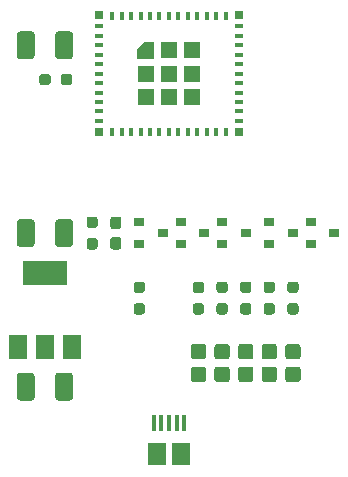
<source format=gtp>
G04 #@! TF.GenerationSoftware,KiCad,Pcbnew,5.1.10-88a1d61d58~90~ubuntu20.04.1*
G04 #@! TF.CreationDate,2021-11-08T15:05:55+08:00*
G04 #@! TF.ProjectId,esp32-c3-test,65737033-322d-4633-932d-746573742e6b,rev?*
G04 #@! TF.SameCoordinates,Original*
G04 #@! TF.FileFunction,Paste,Top*
G04 #@! TF.FilePolarity,Positive*
%FSLAX46Y46*%
G04 Gerber Fmt 4.6, Leading zero omitted, Abs format (unit mm)*
G04 Created by KiCad (PCBNEW 5.1.10-88a1d61d58~90~ubuntu20.04.1) date 2021-11-08 15:05:55*
%MOMM*%
%LPD*%
G01*
G04 APERTURE LIST*
%ADD10C,0.100000*%
%ADD11R,0.400000X0.800000*%
%ADD12R,0.700000X0.700000*%
%ADD13R,0.800000X0.400000*%
%ADD14R,1.450000X1.450000*%
%ADD15R,0.900000X0.800000*%
%ADD16R,1.500000X2.000000*%
%ADD17R,3.800000X2.000000*%
%ADD18R,1.500000X1.900000*%
%ADD19R,0.400000X1.350000*%
G04 APERTURE END LIST*
D10*
G36*
X98750000Y-59750000D02*
G01*
X97300000Y-59750000D01*
X97300000Y-58900000D01*
X97900000Y-58300000D01*
X98750000Y-58300000D01*
X98750000Y-59750000D01*
G37*
D11*
X95200000Y-56100000D03*
X96000000Y-56100000D03*
X96800000Y-56100000D03*
X97600000Y-56100000D03*
X98400000Y-56100000D03*
X99200000Y-56100000D03*
X100000000Y-56100000D03*
X100800000Y-56100000D03*
X101600000Y-56100000D03*
X102400000Y-56100000D03*
X103200000Y-56100000D03*
X104000000Y-56100000D03*
X104800000Y-56100000D03*
X104800000Y-65900000D03*
X104000000Y-65900000D03*
X103200000Y-65900000D03*
X102400000Y-65900000D03*
X101600000Y-65900000D03*
X100800000Y-65900000D03*
X100000000Y-65900000D03*
X99200000Y-65900000D03*
X98400000Y-65900000D03*
X97600000Y-65900000D03*
X96800000Y-65900000D03*
X96000000Y-65900000D03*
X95200000Y-65900000D03*
D12*
X94050000Y-56050000D03*
X94050000Y-65950000D03*
X105950000Y-65950000D03*
X105950000Y-56050000D03*
D13*
X105900000Y-57000000D03*
X105900000Y-57800000D03*
X105900000Y-58600000D03*
X105900000Y-59400000D03*
X105900000Y-60200000D03*
X105900000Y-61000000D03*
X105900000Y-61800000D03*
X105900000Y-62600000D03*
X105900000Y-63400000D03*
X105900000Y-64200000D03*
X105900000Y-65000000D03*
X94100000Y-65000000D03*
X94100000Y-64200000D03*
X94100000Y-63400000D03*
X94100000Y-62600000D03*
X94100000Y-61800000D03*
X94100000Y-61000000D03*
X94100000Y-60200000D03*
X94100000Y-59400000D03*
X94100000Y-58600000D03*
X94100000Y-57800000D03*
X94100000Y-57000000D03*
D14*
X101975000Y-59025000D03*
X100000000Y-59025000D03*
X98025000Y-61000000D03*
X98025000Y-62975000D03*
X100000000Y-62975000D03*
X101975000Y-62975000D03*
X101975000Y-61000000D03*
X100000000Y-61000000D03*
G36*
G01*
X88625000Y-73575000D02*
X88625000Y-75425000D01*
G75*
G02*
X88375000Y-75675000I-250000J0D01*
G01*
X87375000Y-75675000D01*
G75*
G02*
X87125000Y-75425000I0J250000D01*
G01*
X87125000Y-73575000D01*
G75*
G02*
X87375000Y-73325000I250000J0D01*
G01*
X88375000Y-73325000D01*
G75*
G02*
X88625000Y-73575000I0J-250000D01*
G01*
G37*
G36*
G01*
X91875000Y-73575000D02*
X91875000Y-75425000D01*
G75*
G02*
X91625000Y-75675000I-250000J0D01*
G01*
X90625000Y-75675000D01*
G75*
G02*
X90375000Y-75425000I0J250000D01*
G01*
X90375000Y-73575000D01*
G75*
G02*
X90625000Y-73325000I250000J0D01*
G01*
X91625000Y-73325000D01*
G75*
G02*
X91875000Y-73575000I0J-250000D01*
G01*
G37*
G36*
G01*
X88625000Y-86575000D02*
X88625000Y-88425000D01*
G75*
G02*
X88375000Y-88675000I-250000J0D01*
G01*
X87375000Y-88675000D01*
G75*
G02*
X87125000Y-88425000I0J250000D01*
G01*
X87125000Y-86575000D01*
G75*
G02*
X87375000Y-86325000I250000J0D01*
G01*
X88375000Y-86325000D01*
G75*
G02*
X88625000Y-86575000I0J-250000D01*
G01*
G37*
G36*
G01*
X91875000Y-86575000D02*
X91875000Y-88425000D01*
G75*
G02*
X91625000Y-88675000I-250000J0D01*
G01*
X90625000Y-88675000D01*
G75*
G02*
X90375000Y-88425000I0J250000D01*
G01*
X90375000Y-86575000D01*
G75*
G02*
X90625000Y-86325000I250000J0D01*
G01*
X91625000Y-86325000D01*
G75*
G02*
X91875000Y-86575000I0J-250000D01*
G01*
G37*
G36*
G01*
X88625000Y-57675000D02*
X88625000Y-59525000D01*
G75*
G02*
X88375000Y-59775000I-250000J0D01*
G01*
X87375000Y-59775000D01*
G75*
G02*
X87125000Y-59525000I0J250000D01*
G01*
X87125000Y-57675000D01*
G75*
G02*
X87375000Y-57425000I250000J0D01*
G01*
X88375000Y-57425000D01*
G75*
G02*
X88625000Y-57675000I0J-250000D01*
G01*
G37*
G36*
G01*
X91875000Y-57675000D02*
X91875000Y-59525000D01*
G75*
G02*
X91625000Y-59775000I-250000J0D01*
G01*
X90625000Y-59775000D01*
G75*
G02*
X90375000Y-59525000I0J250000D01*
G01*
X90375000Y-57675000D01*
G75*
G02*
X90625000Y-57425000I250000J0D01*
G01*
X91625000Y-57425000D01*
G75*
G02*
X91875000Y-57675000I0J-250000D01*
G01*
G37*
G36*
G01*
X89987500Y-61262500D02*
X89987500Y-61737500D01*
G75*
G02*
X89750000Y-61975000I-237500J0D01*
G01*
X89250000Y-61975000D01*
G75*
G02*
X89012500Y-61737500I0J237500D01*
G01*
X89012500Y-61262500D01*
G75*
G02*
X89250000Y-61025000I237500J0D01*
G01*
X89750000Y-61025000D01*
G75*
G02*
X89987500Y-61262500I0J-237500D01*
G01*
G37*
G36*
G01*
X91812500Y-61262500D02*
X91812500Y-61737500D01*
G75*
G02*
X91575000Y-61975000I-237500J0D01*
G01*
X91075000Y-61975000D01*
G75*
G02*
X90837500Y-61737500I0J237500D01*
G01*
X90837500Y-61262500D01*
G75*
G02*
X91075000Y-61025000I237500J0D01*
G01*
X91575000Y-61025000D01*
G75*
G02*
X91812500Y-61262500I0J-237500D01*
G01*
G37*
G36*
G01*
X95262500Y-74825000D02*
X95737500Y-74825000D01*
G75*
G02*
X95975000Y-75062500I0J-237500D01*
G01*
X95975000Y-75662500D01*
G75*
G02*
X95737500Y-75900000I-237500J0D01*
G01*
X95262500Y-75900000D01*
G75*
G02*
X95025000Y-75662500I0J237500D01*
G01*
X95025000Y-75062500D01*
G75*
G02*
X95262500Y-74825000I237500J0D01*
G01*
G37*
G36*
G01*
X95262500Y-73100000D02*
X95737500Y-73100000D01*
G75*
G02*
X95975000Y-73337500I0J-237500D01*
G01*
X95975000Y-73937500D01*
G75*
G02*
X95737500Y-74175000I-237500J0D01*
G01*
X95262500Y-74175000D01*
G75*
G02*
X95025000Y-73937500I0J237500D01*
G01*
X95025000Y-73337500D01*
G75*
G02*
X95262500Y-73100000I237500J0D01*
G01*
G37*
G36*
G01*
X93737500Y-74075000D02*
X93262500Y-74075000D01*
G75*
G02*
X93025000Y-73837500I0J237500D01*
G01*
X93025000Y-73337500D01*
G75*
G02*
X93262500Y-73100000I237500J0D01*
G01*
X93737500Y-73100000D01*
G75*
G02*
X93975000Y-73337500I0J-237500D01*
G01*
X93975000Y-73837500D01*
G75*
G02*
X93737500Y-74075000I-237500J0D01*
G01*
G37*
G36*
G01*
X93737500Y-75900000D02*
X93262500Y-75900000D01*
G75*
G02*
X93025000Y-75662500I0J237500D01*
G01*
X93025000Y-75162500D01*
G75*
G02*
X93262500Y-74925000I237500J0D01*
G01*
X93737500Y-74925000D01*
G75*
G02*
X93975000Y-75162500I0J-237500D01*
G01*
X93975000Y-75662500D01*
G75*
G02*
X93737500Y-75900000I-237500J0D01*
G01*
G37*
D15*
X114000000Y-74500000D03*
X112000000Y-75450000D03*
X112000000Y-73550000D03*
X110500000Y-74500000D03*
X108500000Y-75450000D03*
X108500000Y-73550000D03*
X106500000Y-74500000D03*
X104500000Y-75450000D03*
X104500000Y-73550000D03*
X103000000Y-74500000D03*
X101000000Y-75450000D03*
X101000000Y-73550000D03*
X99500000Y-74500000D03*
X97500000Y-75450000D03*
X97500000Y-73550000D03*
D16*
X87200000Y-84150000D03*
X91800000Y-84150000D03*
X89500000Y-84150000D03*
D17*
X89500000Y-77850000D03*
G36*
G01*
X110737500Y-79575000D02*
X110262500Y-79575000D01*
G75*
G02*
X110025000Y-79337500I0J237500D01*
G01*
X110025000Y-78837500D01*
G75*
G02*
X110262500Y-78600000I237500J0D01*
G01*
X110737500Y-78600000D01*
G75*
G02*
X110975000Y-78837500I0J-237500D01*
G01*
X110975000Y-79337500D01*
G75*
G02*
X110737500Y-79575000I-237500J0D01*
G01*
G37*
G36*
G01*
X110737500Y-81400000D02*
X110262500Y-81400000D01*
G75*
G02*
X110025000Y-81162500I0J237500D01*
G01*
X110025000Y-80662500D01*
G75*
G02*
X110262500Y-80425000I237500J0D01*
G01*
X110737500Y-80425000D01*
G75*
G02*
X110975000Y-80662500I0J-237500D01*
G01*
X110975000Y-81162500D01*
G75*
G02*
X110737500Y-81400000I-237500J0D01*
G01*
G37*
G36*
G01*
X108737500Y-79575000D02*
X108262500Y-79575000D01*
G75*
G02*
X108025000Y-79337500I0J237500D01*
G01*
X108025000Y-78837500D01*
G75*
G02*
X108262500Y-78600000I237500J0D01*
G01*
X108737500Y-78600000D01*
G75*
G02*
X108975000Y-78837500I0J-237500D01*
G01*
X108975000Y-79337500D01*
G75*
G02*
X108737500Y-79575000I-237500J0D01*
G01*
G37*
G36*
G01*
X108737500Y-81400000D02*
X108262500Y-81400000D01*
G75*
G02*
X108025000Y-81162500I0J237500D01*
G01*
X108025000Y-80662500D01*
G75*
G02*
X108262500Y-80425000I237500J0D01*
G01*
X108737500Y-80425000D01*
G75*
G02*
X108975000Y-80662500I0J-237500D01*
G01*
X108975000Y-81162500D01*
G75*
G02*
X108737500Y-81400000I-237500J0D01*
G01*
G37*
G36*
G01*
X106737500Y-79575000D02*
X106262500Y-79575000D01*
G75*
G02*
X106025000Y-79337500I0J237500D01*
G01*
X106025000Y-78837500D01*
G75*
G02*
X106262500Y-78600000I237500J0D01*
G01*
X106737500Y-78600000D01*
G75*
G02*
X106975000Y-78837500I0J-237500D01*
G01*
X106975000Y-79337500D01*
G75*
G02*
X106737500Y-79575000I-237500J0D01*
G01*
G37*
G36*
G01*
X106737500Y-81400000D02*
X106262500Y-81400000D01*
G75*
G02*
X106025000Y-81162500I0J237500D01*
G01*
X106025000Y-80662500D01*
G75*
G02*
X106262500Y-80425000I237500J0D01*
G01*
X106737500Y-80425000D01*
G75*
G02*
X106975000Y-80662500I0J-237500D01*
G01*
X106975000Y-81162500D01*
G75*
G02*
X106737500Y-81400000I-237500J0D01*
G01*
G37*
G36*
G01*
X104737500Y-79575000D02*
X104262500Y-79575000D01*
G75*
G02*
X104025000Y-79337500I0J237500D01*
G01*
X104025000Y-78837500D01*
G75*
G02*
X104262500Y-78600000I237500J0D01*
G01*
X104737500Y-78600000D01*
G75*
G02*
X104975000Y-78837500I0J-237500D01*
G01*
X104975000Y-79337500D01*
G75*
G02*
X104737500Y-79575000I-237500J0D01*
G01*
G37*
G36*
G01*
X104737500Y-81400000D02*
X104262500Y-81400000D01*
G75*
G02*
X104025000Y-81162500I0J237500D01*
G01*
X104025000Y-80662500D01*
G75*
G02*
X104262500Y-80425000I237500J0D01*
G01*
X104737500Y-80425000D01*
G75*
G02*
X104975000Y-80662500I0J-237500D01*
G01*
X104975000Y-81162500D01*
G75*
G02*
X104737500Y-81400000I-237500J0D01*
G01*
G37*
G36*
G01*
X102737500Y-79575000D02*
X102262500Y-79575000D01*
G75*
G02*
X102025000Y-79337500I0J237500D01*
G01*
X102025000Y-78837500D01*
G75*
G02*
X102262500Y-78600000I237500J0D01*
G01*
X102737500Y-78600000D01*
G75*
G02*
X102975000Y-78837500I0J-237500D01*
G01*
X102975000Y-79337500D01*
G75*
G02*
X102737500Y-79575000I-237500J0D01*
G01*
G37*
G36*
G01*
X102737500Y-81400000D02*
X102262500Y-81400000D01*
G75*
G02*
X102025000Y-81162500I0J237500D01*
G01*
X102025000Y-80662500D01*
G75*
G02*
X102262500Y-80425000I237500J0D01*
G01*
X102737500Y-80425000D01*
G75*
G02*
X102975000Y-80662500I0J-237500D01*
G01*
X102975000Y-81162500D01*
G75*
G02*
X102737500Y-81400000I-237500J0D01*
G01*
G37*
G36*
G01*
X97262500Y-80425000D02*
X97737500Y-80425000D01*
G75*
G02*
X97975000Y-80662500I0J-237500D01*
G01*
X97975000Y-81162500D01*
G75*
G02*
X97737500Y-81400000I-237500J0D01*
G01*
X97262500Y-81400000D01*
G75*
G02*
X97025000Y-81162500I0J237500D01*
G01*
X97025000Y-80662500D01*
G75*
G02*
X97262500Y-80425000I237500J0D01*
G01*
G37*
G36*
G01*
X97262500Y-78600000D02*
X97737500Y-78600000D01*
G75*
G02*
X97975000Y-78837500I0J-237500D01*
G01*
X97975000Y-79337500D01*
G75*
G02*
X97737500Y-79575000I-237500J0D01*
G01*
X97262500Y-79575000D01*
G75*
G02*
X97025000Y-79337500I0J237500D01*
G01*
X97025000Y-78837500D01*
G75*
G02*
X97262500Y-78600000I237500J0D01*
G01*
G37*
D18*
X99000000Y-93237500D03*
D19*
X100000000Y-90537500D03*
X100650000Y-90537500D03*
X101300000Y-90537500D03*
X98700000Y-90537500D03*
X99350000Y-90537500D03*
D18*
X101000000Y-93237500D03*
G36*
G01*
X110099999Y-85800000D02*
X110900001Y-85800000D01*
G75*
G02*
X111150000Y-86049999I0J-249999D01*
G01*
X111150000Y-86875001D01*
G75*
G02*
X110900001Y-87125000I-249999J0D01*
G01*
X110099999Y-87125000D01*
G75*
G02*
X109850000Y-86875001I0J249999D01*
G01*
X109850000Y-86049999D01*
G75*
G02*
X110099999Y-85800000I249999J0D01*
G01*
G37*
G36*
G01*
X110099999Y-83875000D02*
X110900001Y-83875000D01*
G75*
G02*
X111150000Y-84124999I0J-249999D01*
G01*
X111150000Y-84950001D01*
G75*
G02*
X110900001Y-85200000I-249999J0D01*
G01*
X110099999Y-85200000D01*
G75*
G02*
X109850000Y-84950001I0J249999D01*
G01*
X109850000Y-84124999D01*
G75*
G02*
X110099999Y-83875000I249999J0D01*
G01*
G37*
G36*
G01*
X108099999Y-85800000D02*
X108900001Y-85800000D01*
G75*
G02*
X109150000Y-86049999I0J-249999D01*
G01*
X109150000Y-86875001D01*
G75*
G02*
X108900001Y-87125000I-249999J0D01*
G01*
X108099999Y-87125000D01*
G75*
G02*
X107850000Y-86875001I0J249999D01*
G01*
X107850000Y-86049999D01*
G75*
G02*
X108099999Y-85800000I249999J0D01*
G01*
G37*
G36*
G01*
X108099999Y-83875000D02*
X108900001Y-83875000D01*
G75*
G02*
X109150000Y-84124999I0J-249999D01*
G01*
X109150000Y-84950001D01*
G75*
G02*
X108900001Y-85200000I-249999J0D01*
G01*
X108099999Y-85200000D01*
G75*
G02*
X107850000Y-84950001I0J249999D01*
G01*
X107850000Y-84124999D01*
G75*
G02*
X108099999Y-83875000I249999J0D01*
G01*
G37*
G36*
G01*
X106099999Y-85800000D02*
X106900001Y-85800000D01*
G75*
G02*
X107150000Y-86049999I0J-249999D01*
G01*
X107150000Y-86875001D01*
G75*
G02*
X106900001Y-87125000I-249999J0D01*
G01*
X106099999Y-87125000D01*
G75*
G02*
X105850000Y-86875001I0J249999D01*
G01*
X105850000Y-86049999D01*
G75*
G02*
X106099999Y-85800000I249999J0D01*
G01*
G37*
G36*
G01*
X106099999Y-83875000D02*
X106900001Y-83875000D01*
G75*
G02*
X107150000Y-84124999I0J-249999D01*
G01*
X107150000Y-84950001D01*
G75*
G02*
X106900001Y-85200000I-249999J0D01*
G01*
X106099999Y-85200000D01*
G75*
G02*
X105850000Y-84950001I0J249999D01*
G01*
X105850000Y-84124999D01*
G75*
G02*
X106099999Y-83875000I249999J0D01*
G01*
G37*
G36*
G01*
X104099999Y-85800000D02*
X104900001Y-85800000D01*
G75*
G02*
X105150000Y-86049999I0J-249999D01*
G01*
X105150000Y-86875001D01*
G75*
G02*
X104900001Y-87125000I-249999J0D01*
G01*
X104099999Y-87125000D01*
G75*
G02*
X103850000Y-86875001I0J249999D01*
G01*
X103850000Y-86049999D01*
G75*
G02*
X104099999Y-85800000I249999J0D01*
G01*
G37*
G36*
G01*
X104099999Y-83875000D02*
X104900001Y-83875000D01*
G75*
G02*
X105150000Y-84124999I0J-249999D01*
G01*
X105150000Y-84950001D01*
G75*
G02*
X104900001Y-85200000I-249999J0D01*
G01*
X104099999Y-85200000D01*
G75*
G02*
X103850000Y-84950001I0J249999D01*
G01*
X103850000Y-84124999D01*
G75*
G02*
X104099999Y-83875000I249999J0D01*
G01*
G37*
G36*
G01*
X102099999Y-85800000D02*
X102900001Y-85800000D01*
G75*
G02*
X103150000Y-86049999I0J-249999D01*
G01*
X103150000Y-86875001D01*
G75*
G02*
X102900001Y-87125000I-249999J0D01*
G01*
X102099999Y-87125000D01*
G75*
G02*
X101850000Y-86875001I0J249999D01*
G01*
X101850000Y-86049999D01*
G75*
G02*
X102099999Y-85800000I249999J0D01*
G01*
G37*
G36*
G01*
X102099999Y-83875000D02*
X102900001Y-83875000D01*
G75*
G02*
X103150000Y-84124999I0J-249999D01*
G01*
X103150000Y-84950001D01*
G75*
G02*
X102900001Y-85200000I-249999J0D01*
G01*
X102099999Y-85200000D01*
G75*
G02*
X101850000Y-84950001I0J249999D01*
G01*
X101850000Y-84124999D01*
G75*
G02*
X102099999Y-83875000I249999J0D01*
G01*
G37*
M02*

</source>
